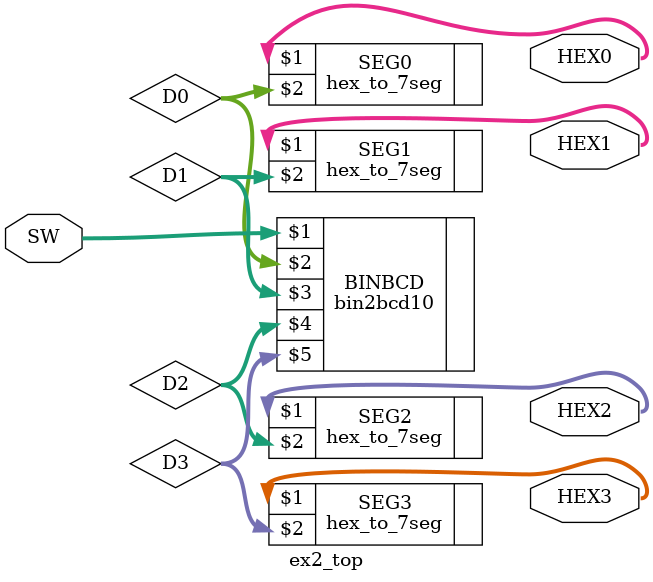
<source format=v>
module ex2_top(SW, HEX0, HEX1, HEX2, HEX3);

	input [9:0] SW;
	output [6:0] HEX0;
	output [6:0] HEX1;
	output [6:0] HEX2;
	output [6:0] HEX3;

	wire [3:0] D0;
	wire [3:0] D1;
	wire [3:0] D2;
	wire [3:0] D3;

	bin2bcd10 BINBCD(SW, D0, D1, D2, D3);

	hex_to_7seg SEG0(HEX0, D0);
	hex_to_7seg SEG1(HEX1, D1);
	hex_to_7seg SEG2(HEX2, D2);
	hex_to_7seg SEG3(HEX3, D3);

endmodule

</source>
